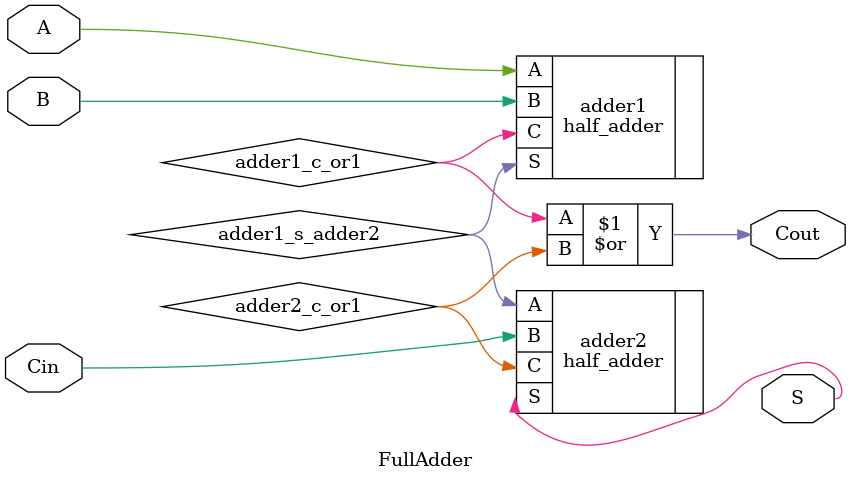
<source format=v>
module FullAdder (
    input A, B, Cin,
    output S, Cout
);

// Define some wires to carry signals
wire adder1_s_adder2, adder1_c_or1, adder2_c_or1;

// Instantiate both half adders.
half_adder adder1 (
    .A(A),
    .B(B),
    .S(adder1_s_adder2),
    .C(adder1_c_or1)
); 

half_adder adder2 (
    .A(adder1_s_adder2),
    .B(Cin),
    .S(S),
    .C(adder2_c_or1)
);

// Instantiate the or gate.
or or1(Cout, adder1_c_or1, adder2_c_or1);

endmodule
</source>
